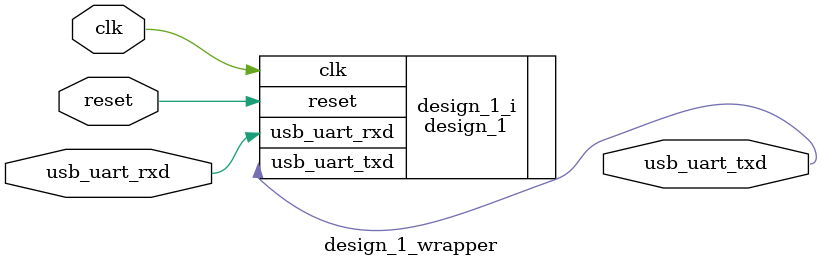
<source format=v>
`timescale 1 ps / 1 ps

module design_1_wrapper
   (clk,
    reset,
    usb_uart_rxd,
    usb_uart_txd);
  input clk;
  input reset;
  input usb_uart_rxd;
  output usb_uart_txd;

  wire clk;
  wire reset;
  wire usb_uart_rxd;
  wire usb_uart_txd;

  design_1 design_1_i
       (.clk(clk),
        .reset(reset),
        .usb_uart_rxd(usb_uart_rxd),
        .usb_uart_txd(usb_uart_txd));
endmodule

</source>
